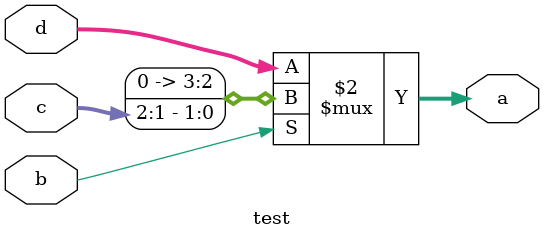
<source format=v>
module test (a, b, c, d);
 input b;
 input [2:0] c;
 input [3:0] d;
 output [3:0] a;
 assign a = b ? c[2:1] : d[3:0];
endmodule


</source>
